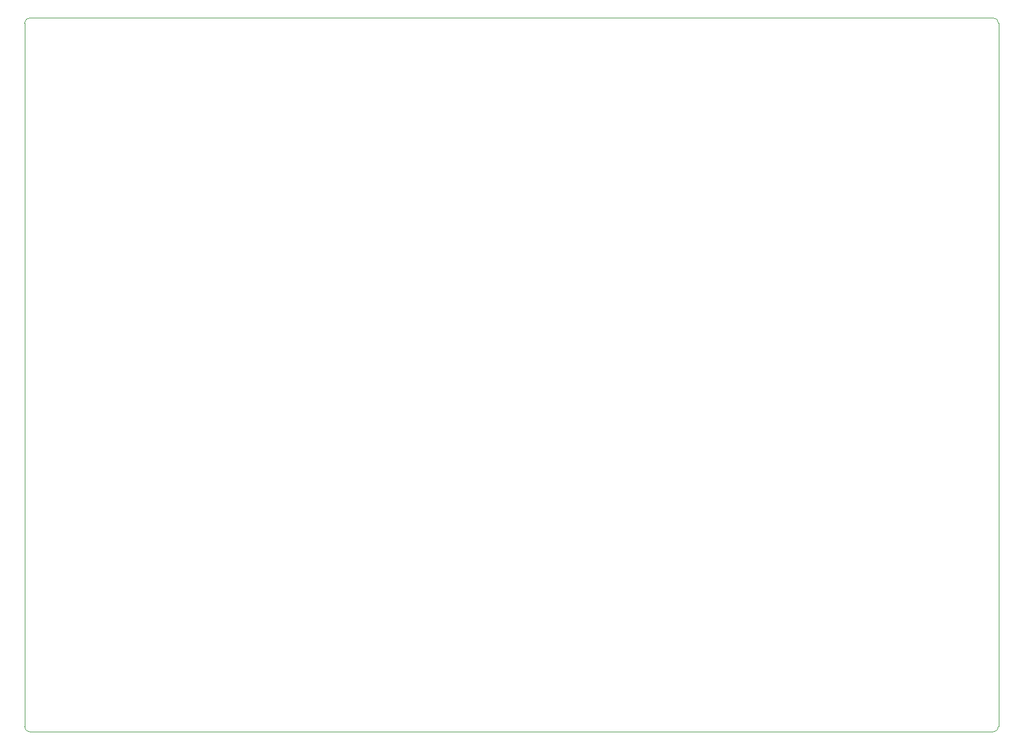
<source format=gm1>
G04 #@! TF.GenerationSoftware,KiCad,Pcbnew,(5.1.4-0)*
G04 #@! TF.CreationDate,2020-10-08T17:29:41+11:00*
G04 #@! TF.ProjectId,NumNavPad,4e756d4e-6176-4506-9164-2e6b69636164,rev?*
G04 #@! TF.SameCoordinates,Original*
G04 #@! TF.FileFunction,Profile,NP*
%FSLAX46Y46*%
G04 Gerber Fmt 4.6, Leading zero omitted, Abs format (unit mm)*
G04 Created by KiCad (PCBNEW (5.1.4-0)) date 2020-10-08 17:29:41*
%MOMM*%
%LPD*%
G04 APERTURE LIST*
%ADD10C,0.050000*%
G04 APERTURE END LIST*
D10*
X33337500Y-129381250D02*
G75*
G02X32543750Y-128587500I0J793750D01*
G01*
X32543750Y-27781250D02*
G75*
G02X33337500Y-26987500I793750J0D01*
G01*
X32543750Y-33337500D02*
X32543750Y-27781250D01*
X171450000Y-26987500D02*
G75*
G02X172243750Y-27781250I0J-793750D01*
G01*
X172243750Y-128587500D02*
G75*
G02X171450000Y-129381250I-793750J0D01*
G01*
X32543750Y-128587500D02*
X32543750Y-33337500D01*
X172243750Y-128587500D02*
X172243750Y-27781250D01*
X171450000Y-129381250D02*
X33337500Y-129381250D01*
X33337500Y-26987500D02*
X171450000Y-26987500D01*
M02*

</source>
